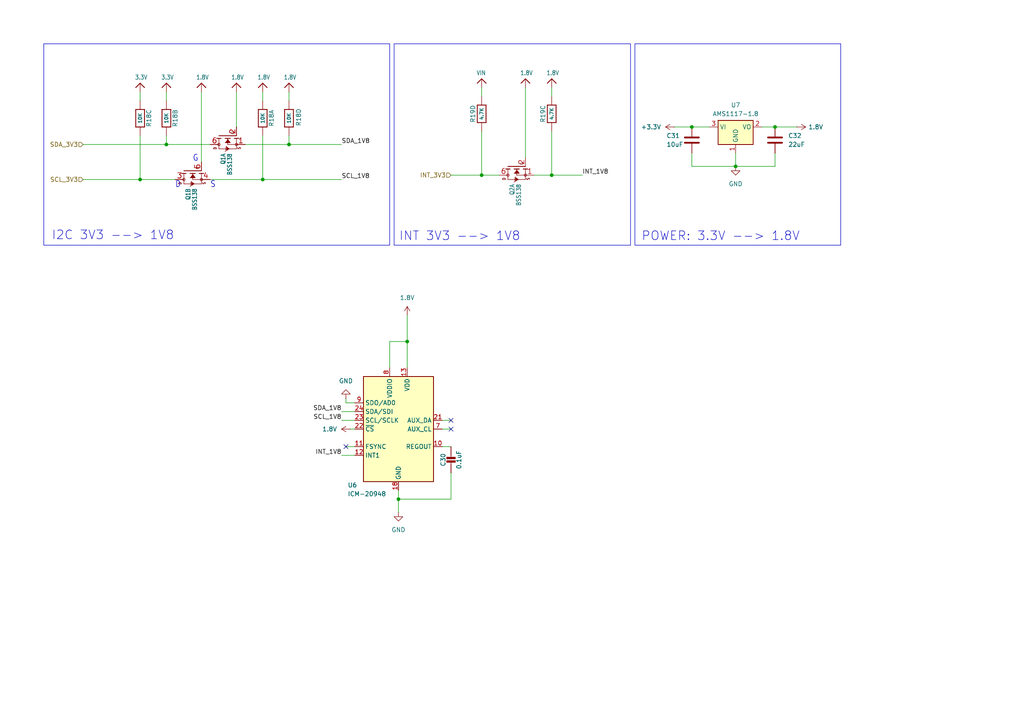
<source format=kicad_sch>
(kicad_sch (version 20250114) (generator "eeschema") (generator_version "9.0")
  (paper "A4")
  (lib_symbols
    (symbol "Adafruit ICM20948-eagle-import:microbuilder_1.8V" (power)
      (symbol "microbuilder_1.8V_1_0"
        (polyline (pts (xy -1.27 -1.27) (xy 0 0)) (stroke (width 0.254)))
        (polyline (pts (xy 0 0) (xy 1.27 -1.27)) (stroke (width 0.254)))
        (pin power_in line (at 0 -2.54 90) (length 2.54) (name "1.8V") (number "1"))
      )
    )
    (symbol "Adafruit ICM20948-eagle-import:microbuilder_CAP_CERAMIC0603_NO"
      (property "Reference" "C" (at -2.29 1.25 90))
      (symbol "microbuilder_CAP_CERAMIC0603_NO_1_0"
        (rectangle (start -1.27 1.524) (end 1.27 2.032) (fill (type outline)))
        (rectangle (start -1.27 0.508) (end 1.27 1.016) (fill (type outline)))
        (polyline (pts (xy 0 2.54) (xy 0 1.778)) (stroke (width 0.1524)))
        (polyline (pts (xy 0 0.762) (xy 0 0)) (stroke (width 0.1524)))
        (pin passive line (at 0 5.08 270) (length 2.54) (name "1") (number "1"))
        (pin passive line (at 0 -2.54 90) (length 2.54) (name "2") (number "2"))
      )
    )
    (symbol "Adafruit ICM20948-eagle-import:microbuilder_MOSFET-N_DUAL"
      (property "Reference" "Q" (at 5.08 0.635 0))
      (symbol "microbuilder_MOSFET-N_DUAL_1_0"
        (polyline (pts (xy 0 2.54) (xy 0 -2.54)) (stroke (width 0.254)))
        (polyline (pts (xy 0.762 3.175) (xy 0.762 2.54)) (stroke (width 0.254)))
        (polyline (pts (xy 0.762 2.54) (xy 0.762 1.905)) (stroke (width 0.254)))
        (polyline (pts (xy 0.762 2.54) (xy 3.81 2.54)) (stroke (width 0.1524)))
        (polyline (pts (xy 0.762 0.762) (xy 0.762 0)) (stroke (width 0.254)))
        (polyline (pts (xy 0.762 0) (xy 0.762 -0.762)) (stroke (width 0.254)))
        (polyline (pts (xy 0.762 0) (xy 2.54 0)) (stroke (width 0.1524)))
        (polyline (pts (xy 0.762 -1.905) (xy 0.762 -2.54)) (stroke (width 0.254)))
        (polyline (pts (xy 0.762 -2.54) (xy 0.762 -3.175)) (stroke (width 0.254)))
        (polyline (pts (xy 1.016 0) (xy 2.032 -0.762) (xy 2.032 0.762)) (stroke (width 0.1524)) (fill (type outline)))
        (circle (center 2.54 2.54) (radius 0.3592))
        (polyline (pts (xy 2.54 0) (xy 2.54 -2.54)) (stroke (width 0.1524)))
        (polyline (pts (xy 2.54 -2.54) (xy 0.762 -2.54)) (stroke (width 0.1524)))
        (polyline (pts (xy 2.54 -2.54) (xy 3.81 -2.54)) (stroke (width 0.1524)))
        (circle (center 2.54 -2.54) (radius 0.3592))
        (polyline (pts (xy 3.302 0.508) (xy 3.048 0.254)) (stroke (width 0.1524)))
        (polyline (pts (xy 3.81 2.54) (xy 3.81 0.508)) (stroke (width 0.1524)))
        (polyline (pts (xy 3.81 0.508) (xy 3.302 0.508)) (stroke (width 0.1524)))
        (polyline (pts (xy 3.81 0.508) (xy 3.81 -2.54)) (stroke (width 0.1524)))
        (polyline (pts (xy 3.81 -0.508) (xy 3.302 0.254) (xy 4.318 0.254)) (stroke (width 0.1524)) (fill (type outline)))
        (polyline (pts (xy 4.318 0.508) (xy 3.81 0.508)) (stroke (width 0.1524)))
        (polyline (pts (xy 4.572 0.762) (xy 4.318 0.508)) (stroke (width 0.1524)))
        (text "G" (at -1.27 -1.905 0) (effects (font (size 0.8128 0.6908)) (justify left bottom)))
        (text "D" (at 3.175 3.175 0) (effects (font (size 0.8128 0.6908)) (justify left bottom)))
        (text "S" (at 3.175 -3.81 0) (effects (font (size 0.8128 0.6908)) (justify left bottom)))
        (pin bidirectional line (at -2.54 -2.54 0) (length 2.54) (name "G") (number "2"))
        (pin bidirectional line (at 2.54 5.08 270) (length 2.54) (name "D") (number "6"))
        (pin bidirectional line (at 2.54 -5.08 90) (length 2.54) (name "S") (number "1"))
      )
      (symbol "microbuilder_MOSFET-N_DUAL_2_0"
        (polyline (pts (xy 0 2.54) (xy 0 -2.54)) (stroke (width 0.254)))
        (polyline (pts (xy 0.762 3.175) (xy 0.762 2.54)) (stroke (width 0.254)))
        (polyline (pts (xy 0.762 2.54) (xy 0.762 1.905)) (stroke (width 0.254)))
        (polyline (pts (xy 0.762 2.54) (xy 3.81 2.54)) (stroke (width 0.1524)))
        (polyline (pts (xy 0.762 0.762) (xy 0.762 0)) (stroke (width 0.254)))
        (polyline (pts (xy 0.762 0) (xy 0.762 -0.762)) (stroke (width 0.254)))
        (polyline (pts (xy 0.762 0) (xy 2.54 0)) (stroke (width 0.1524)))
        (polyline (pts (xy 0.762 -1.905) (xy 0.762 -2.54)) (stroke (width 0.254)))
        (polyline (pts (xy 0.762 -2.54) (xy 0.762 -3.175)) (stroke (width 0.254)))
        (polyline (pts (xy 1.016 0) (xy 2.032 -0.762) (xy 2.032 0.762)) (stroke (width 0.1524)) (fill (type outline)))
        (circle (center 2.54 2.54) (radius 0.3592))
        (polyline (pts (xy 2.54 0) (xy 2.54 -2.54)) (stroke (width 0.1524)))
        (polyline (pts (xy 2.54 -2.54) (xy 0.762 -2.54)) (stroke (width 0.1524)))
        (polyline (pts (xy 2.54 -2.54) (xy 3.81 -2.54)) (stroke (width 0.1524)))
        (circle (center 2.54 -2.54) (radius 0.3592))
        (polyline (pts (xy 3.302 0.508) (xy 3.048 0.254)) (stroke (width 0.1524)))
        (polyline (pts (xy 3.81 2.54) (xy 3.81 0.508)) (stroke (width 0.1524)))
        (polyline (pts (xy 3.81 0.508) (xy 3.302 0.508)) (stroke (width 0.1524)))
        (polyline (pts (xy 3.81 0.508) (xy 3.81 -2.54)) (stroke (width 0.1524)))
        (polyline (pts (xy 3.81 -0.508) (xy 3.302 0.254) (xy 4.318 0.254)) (stroke (width 0.1524)) (fill (type outline)))
        (polyline (pts (xy 4.318 0.508) (xy 3.81 0.508)) (stroke (width 0.1524)))
        (polyline (pts (xy 4.572 0.762) (xy 4.318 0.508)) (stroke (width 0.1524)))
        (text "G" (at -1.27 -1.905 0) (effects (font (size 0.8128 0.6908)) (justify left bottom)))
        (text "D" (at 3.175 3.175 0) (effects (font (size 0.8128 0.6908)) (justify left bottom)))
        (text "S" (at 3.175 -3.81 0) (effects (font (size 0.8128 0.6908)) (justify left bottom)))
        (pin bidirectional line (at -2.54 -2.54 0) (length 2.54) (name "G") (number "5"))
        (pin bidirectional line (at 2.54 5.08 270) (length 2.54) (name "D") (number "3"))
        (pin bidirectional line (at 2.54 -5.08 90) (length 2.54) (name "S") (number "4"))
      )
    )
    (symbol "Adafruit ICM20948-eagle-import:microbuilder_RESISTOR_4PACK"
      (property "Reference" "R" (at 0 2.54 0))
      (symbol "microbuilder_RESISTOR_4PACK_1_0"
        (polyline (pts (xy -2.54 1.27) (xy 2.54 1.27)) (stroke (width 0.254)))
        (polyline (pts (xy -2.54 -1.27) (xy -2.54 1.27)) (stroke (width 0.254)))
        (polyline (pts (xy 2.54 1.27) (xy 2.54 -1.27)) (stroke (width 0.254)))
        (polyline (pts (xy 2.54 -1.27) (xy -2.54 -1.27)) (stroke (width 0.254)))
        (pin passive line (at -5.08 0 0) (length 2.54) (name "1") (number "1"))
        (pin passive line (at 5.08 0 180) (length 2.54) (name "2") (number "8"))
      )
      (symbol "microbuilder_RESISTOR_4PACK_2_0"
        (polyline (pts (xy -2.54 1.27) (xy 2.54 1.27)) (stroke (width 0.254)))
        (polyline (pts (xy -2.54 -1.27) (xy -2.54 1.27)) (stroke (width 0.254)))
        (polyline (pts (xy 2.54 1.27) (xy 2.54 -1.27)) (stroke (width 0.254)))
        (polyline (pts (xy 2.54 -1.27) (xy -2.54 -1.27)) (stroke (width 0.254)))
        (pin passive line (at -5.08 0 0) (length 2.54) (name "1") (number "2"))
        (pin passive line (at 5.08 0 180) (length 2.54) (name "2") (number "7"))
      )
      (symbol "microbuilder_RESISTOR_4PACK_3_0"
        (polyline (pts (xy -2.54 1.27) (xy 2.54 1.27)) (stroke (width 0.254)))
        (polyline (pts (xy -2.54 -1.27) (xy -2.54 1.27)) (stroke (width 0.254)))
        (polyline (pts (xy 2.54 1.27) (xy 2.54 -1.27)) (stroke (width 0.254)))
        (polyline (pts (xy 2.54 -1.27) (xy -2.54 -1.27)) (stroke (width 0.254)))
        (pin passive line (at -5.08 0 0) (length 2.54) (name "1") (number "3"))
        (pin passive line (at 5.08 0 180) (length 2.54) (name "2") (number "6"))
      )
      (symbol "microbuilder_RESISTOR_4PACK_4_0"
        (polyline (pts (xy -2.54 1.27) (xy 2.54 1.27)) (stroke (width 0.254)))
        (polyline (pts (xy -2.54 -1.27) (xy -2.54 1.27)) (stroke (width 0.254)))
        (polyline (pts (xy 2.54 1.27) (xy 2.54 -1.27)) (stroke (width 0.254)))
        (polyline (pts (xy 2.54 -1.27) (xy -2.54 -1.27)) (stroke (width 0.254)))
        (pin passive line (at -5.08 0 0) (length 2.54) (name "1") (number "4"))
        (pin passive line (at 5.08 0 180) (length 2.54) (name "2") (number "5"))
      )
    )
    (symbol "Adafruit ICM20948-eagle-import:microbuilder_VIN" (power)
      (symbol "microbuilder_VIN_1_0"
        (polyline (pts (xy -1.27 -1.27) (xy 0 0)) (stroke (width 0.254)))
        (polyline (pts (xy 0 0) (xy 1.27 -1.27)) (stroke (width 0.254)))
        (pin power_in line (at 0 -2.54 90) (length 2.54) (name "VIN") (number "1"))
      )
    )
    (symbol "Device:C" (pin_numbers (hide yes)) (pin_names (offset 0.254))
      (property "Reference" "C" (at 0.635 2.54 0))
      (property "Value" "C" (at 0.635 -2.54 0))
      (symbol "C_0_1"
        (polyline (pts (xy -2.032 0.762) (xy 2.032 0.762)) (stroke (width 0.508)))
        (polyline (pts (xy -2.032 -0.762) (xy 2.032 -0.762)) (stroke (width 0.508)))
      )
      (symbol "C_1_1"
        (pin passive line (at 0 3.81 270) (length 2.794) (name "~") (number "1"))
        (pin passive line (at 0 -3.81 90) (length 2.794) (name "~") (number "2"))
      )
    )
    (symbol "Regulator_Linear:AMS1117-1.8"
      (property "Reference" "U" (at -3.81 3.175 0))
      (property "Value" "AMS1117-1.8" (at 0 3.175 0))
      (symbol "AMS1117-1.8_0_1"
        (rectangle (start -5.08 -5.08) (end 5.08 1.905) (stroke (width 0.254)) (fill (type background)))
      )
      (symbol "AMS1117-1.8_1_1"
        (pin power_in line (at -7.62 0 0) (length 2.54) (name "VI") (number "3"))
        (pin power_in line (at 0 -7.62 90) (length 2.54) (name "GND") (number "1"))
        (pin power_out line (at 7.62 0 180) (length 2.54) (name "VO") (number "2"))
      )
    )
    (symbol "Sensor_Motion:ICM-20948"
      (property "Reference" "U" (at -11.43 16.51 0))
      (property "Value" "ICM-20948" (at 7.62 -16.51 0))
      (symbol "ICM-20948_0_1"
        (rectangle (start -10.16 15.24) (end 10.16 -15.24) (stroke (width 0.254)) (fill (type background)))
      )
      (symbol "ICM-20948_1_1"
        (pin bidirectional line (at -12.7 7.62 0) (length 2.54) (name "SDO/AD0") (number "9"))
        (pin bidirectional line (at -12.7 5.08 0) (length 2.54) (name "SDA/SDI") (number "24"))
        (pin input line (at -12.7 2.54 0) (length 2.54) (name "SCL/SCLK") (number "23"))
        (pin input line (at -12.7 0 0) (length 2.54) (name "~{CS}") (number "22"))
        (pin input line (at -12.7 -5.08 0) (length 2.54) (name "FSYNC") (number "11"))
        (pin output line (at -12.7 -7.62 0) (length 2.54) (name "INT1") (number "12"))
        (pin no_connect line (at -10.16 12.7 0) (length 2.54) (hide yes) (name "NC") (number "1"))
        (pin no_connect line (at -10.16 10.16 0) (length 2.54) (hide yes) (name "NC") (number "2"))
        (pin no_connect line (at -10.16 -2.54 0) (length 2.54) (hide yes) (name "NC") (number "3"))
        (pin no_connect line (at -10.16 -10.16 0) (length 2.54) (hide yes) (name "NC") (number "4"))
        (pin no_connect line (at -10.16 -12.7 0) (length 2.54) (hide yes) (name "NC") (number "5"))
        (pin power_in line (at -2.54 17.78 270) (length 2.54) (name "VDDIO") (number "8"))
        (pin power_in line (at 0 -17.78 90) (length 2.54) (name "GND") (number "18"))
        (pin passive line (at 0 -17.78 90) (length 2.54) (hide yes) (name "GND") (number "20"))
        (pin power_in line (at 2.54 17.78 270) (length 2.54) (name "VDD") (number "13"))
        (pin no_connect line (at 10.16 10.16 180) (length 2.54) (hide yes) (name "NC") (number "6"))
        (pin no_connect line (at 10.16 7.62 180) (length 2.54) (hide yes) (name "NC") (number "14"))
        (pin no_connect line (at 10.16 5.08 180) (length 2.54) (hide yes) (name "NC") (number "15"))
        (pin no_connect line (at 10.16 -7.62 180) (length 2.54) (hide yes) (name "NC") (number "16"))
        (pin no_connect line (at 10.16 -10.16 180) (length 2.54) (hide yes) (name "NC") (number "17"))
        (pin no_connect line (at 10.16 -12.7 180) (length 2.54) (hide yes) (name "RESV") (number "19"))
        (pin bidirectional line (at 12.7 2.54 180) (length 2.54) (name "AUX_DA") (number "21"))
        (pin output line (at 12.7 0 180) (length 2.54) (name "AUX_CL") (number "7"))
        (pin passive line (at 12.7 -5.08 180) (length 2.54) (name "REGOUT") (number "10"))
      )
    )
    (symbol "power:+1V8" (power) (pin_numbers (hide yes)) (pin_names (offset 0) (hide yes))
      (property "Value" "+1V8" (at 0 3.556 0))
      (symbol "+1V8_0_1"
        (polyline (pts (xy -0.762 1.27) (xy 0 2.54)))
        (polyline (pts (xy 0 2.54) (xy 0.762 1.27)))
        (polyline (pts (xy 0 0) (xy 0 2.54)))
      )
      (symbol "+1V8_1_1"
        (pin power_in line (at 0 0 90) (length 0) (name "~") (number "1"))
      )
    )
    (symbol "power:+3.3V" (power) (pin_numbers (hide yes)) (pin_names (offset 0) (hide yes))
      (property "Value" "+3.3V" (at 0 3.556 0))
      (symbol "+3.3V_0_1"
        (polyline (pts (xy -0.762 1.27) (xy 0 2.54)))
        (polyline (pts (xy 0 2.54) (xy 0.762 1.27)))
        (polyline (pts (xy 0 0) (xy 0 2.54)))
      )
      (symbol "+3.3V_1_1"
        (pin power_in line (at 0 0 90) (length 0) (name "~") (number "1"))
      )
    )
    (symbol "power:GND" (power) (pin_numbers (hide yes)) (pin_names (offset 0) (hide yes))
      (property "Value" "GND" (at 0 -3.81 0))
      (symbol "GND_0_1"
        (polyline (pts (xy 0 0) (xy 0 -1.27) (xy 1.27 -1.27) (xy 0 -2.54) (xy -1.27 -1.27) (xy 0 -1.27)))
      )
      (symbol "GND_1_1"
        (pin power_in line (at 0 0 270) (length 0) (name "~") (number "1"))
      )
    )
  )
  (rectangle (start 114.3 12.7) (end 182.88 71.12))
  (rectangle (start 12.7 12.7) (end 113.03 71.12))
  (rectangle (start 184.15 12.7) (end 243.84 71.12))
  (text "I2C 3V3 --> 1V8" (at 32.766 68.326 0) (effects (font (size 2.54 2.54))))
  (text "G" (at 55.88 46.99 0) (effects (font (size 1.778 1.5113)) (justify left bottom)))
  (text "POWER: 3.3V --> 1.8V" (at 209.042 68.58 0) (effects (font (size 2.54 2.54))))
  (text "D" (at 50.8 54.61 0) (effects (font (size 1.778 1.5113)) (justify left bottom)))
  (text "S" (at 60.96 54.61 0) (effects (font (size 1.778 1.5113)) (justify left bottom)))
  (text "INT 3V3 --> 1V8" (at 133.35 68.58 0) (effects (font (size 2.54 2.54))))
  (junction (at 115.57 144.78))
  (junction (at 224.79 36.83))
  (junction (at 139.7 50.8))
  (junction (at 48.26 41.91))
  (junction (at 40.64 52.07))
  (junction (at 213.36 48.26))
  (junction (at 200.66 36.83))
  (junction (at 118.11 99.06))
  (junction (at 76.2 52.07))
  (junction (at 83.82 41.91))
  (junction (at 160.02 50.8))
  (no_connect (at 100.33 129.54))
  (no_connect (at 130.81 121.92))
  (no_connect (at 130.81 124.46))
  (wire (pts (xy 160.02 25.4) (xy 160.02 27.94)) (stroke (width 0.1524)))
  (wire (pts (xy 115.57 142.24) (xy 115.57 144.78)))
  (wire (pts (xy 231.14 36.83) (xy 224.79 36.83)))
  (wire (pts (xy 213.36 48.26) (xy 213.36 44.45)))
  (wire (pts (xy 58.42 46.99) (xy 58.42 26.67)) (stroke (width 0.1524)))
  (wire (pts (xy 48.26 29.21) (xy 48.26 26.67)) (stroke (width 0.1524)))
  (wire (pts (xy 128.27 129.54) (xy 130.81 129.54)))
  (wire (pts (xy 200.66 48.26) (xy 213.36 48.26)))
  (wire (pts (xy 160.02 38.1) (xy 160.02 50.8)) (stroke (width 0.1524)))
  (wire (pts (xy 118.11 91.44) (xy 118.11 99.06)))
  (wire (pts (xy 139.7 50.8) (xy 130.81 50.8)) (stroke (width 0.1524)))
  (wire (pts (xy 160.02 50.8) (xy 154.94 50.8)) (stroke (width 0.1524)))
  (wire (pts (xy 99.06 132.08) (xy 102.87 132.08)))
  (wire (pts (xy 83.82 41.91) (xy 99.06 41.91)) (stroke (width 0.1524)))
  (wire (pts (xy 200.66 36.83) (xy 205.74 36.83)))
  (wire (pts (xy 200.66 48.26) (xy 200.66 44.45)))
  (wire (pts (xy 24.13 41.91) (xy 48.26 41.91)) (stroke (width 0.1524)))
  (wire (pts (xy 152.4 45.72) (xy 152.4 25.4)) (stroke (width 0.1524)))
  (wire (pts (xy 83.82 39.37) (xy 83.82 41.91)) (stroke (width 0.1524)))
  (wire (pts (xy 100.33 116.84) (xy 102.87 116.84)))
  (wire (pts (xy 83.82 29.21) (xy 83.82 26.67)) (stroke (width 0.1524)))
  (wire (pts (xy 76.2 29.21) (xy 76.2 26.67)) (stroke (width 0.1524)))
  (wire (pts (xy 139.7 38.1) (xy 139.7 50.8)) (stroke (width 0.1524)))
  (wire (pts (xy 99.06 121.92) (xy 102.87 121.92)))
  (wire (pts (xy 130.81 121.92) (xy 128.27 121.92)))
  (wire (pts (xy 130.81 144.78) (xy 115.57 144.78)))
  (wire (pts (xy 24.13 52.07) (xy 40.64 52.07)) (stroke (width 0.1524)))
  (wire (pts (xy 68.58 36.83) (xy 68.58 26.67)) (stroke (width 0.1524)))
  (wire (pts (xy 60.96 41.91) (xy 48.26 41.91)) (stroke (width 0.1524)))
  (wire (pts (xy 113.03 99.06) (xy 113.03 106.68)))
  (wire (pts (xy 50.8 52.07) (xy 40.64 52.07)) (stroke (width 0.1524)))
  (wire (pts (xy 100.33 129.54) (xy 102.87 129.54)))
  (wire (pts (xy 60.96 52.07) (xy 76.2 52.07)) (stroke (width 0.1524)))
  (wire (pts (xy 101.6 124.46) (xy 102.87 124.46)))
  (wire (pts (xy 99.06 119.38) (xy 102.87 119.38)))
  (wire (pts (xy 115.57 144.78) (xy 115.57 148.59)))
  (wire (pts (xy 139.7 27.94) (xy 139.7 25.4)) (stroke (width 0.1524)))
  (wire (pts (xy 40.64 39.37) (xy 40.64 52.07)) (stroke (width 0.1524)))
  (wire (pts (xy 160.02 50.8) (xy 168.91 50.8)) (stroke (width 0.1524)))
  (wire (pts (xy 71.12 41.91) (xy 83.82 41.91)) (stroke (width 0.1524)))
  (wire (pts (xy 100.33 115.57) (xy 100.33 116.84)))
  (wire (pts (xy 76.2 39.37) (xy 76.2 52.07)) (stroke (width 0.1524)))
  (wire (pts (xy 130.81 137.16) (xy 130.81 144.78)))
  (wire (pts (xy 130.81 124.46) (xy 128.27 124.46)))
  (wire (pts (xy 224.79 36.83) (xy 220.98 36.83)))
  (wire (pts (xy 76.2 52.07) (xy 99.06 52.07)) (stroke (width 0.1524)))
  (wire (pts (xy 195.58 36.83) (xy 200.66 36.83)))
  (wire (pts (xy 48.26 39.37) (xy 48.26 41.91)) (stroke (width 0.1524)))
  (wire (pts (xy 144.78 50.8) (xy 139.7 50.8)) (stroke (width 0.1524)))
  (wire (pts (xy 213.36 48.26) (xy 224.79 48.26)))
  (wire (pts (xy 118.11 99.06) (xy 118.11 106.68)))
  (wire (pts (xy 118.11 99.06) (xy 113.03 99.06)))
  (wire (pts (xy 224.79 48.26) (xy 224.79 44.45)))
  (wire (pts (xy 40.64 26.67) (xy 40.64 29.21)) (stroke (width 0.1524)))
  (label "INT_1V8" (at 99.06 132.08 180))
  (label "SDA_1V8" (at 99.06 119.38 180))
  (label "INT_1V8" (at 168.91 50.8 0))
  (label "SCL_1V8" (at 99.06 52.07 0))
  (label "SCL_1V8" (at 99.06 121.92 180))
  (label "SDA_1V8" (at 99.06 41.91 0))
  (hierarchical_label "SCL_3V3" (shape input) (at 24.13 52.07 180))
  (hierarchical_label "INT_3V3" (shape input) (at 130.81 50.8 180))
  (hierarchical_label "SDA_3V3" (shape input) (at 24.13 41.91 180))
  (symbol (lib_id "Device:C") (at 200.66 40.64 180) (unit 1)
    (property "Reference" "C31" (at 193.294 39.37 0) (effects (justify right)))
    (property "Value" "10uF" (at 193.294 41.91 0) (effects (justify right)))
    (property "Footprint" "Capacitor_SMD:C_0805_2012Metric" (effects (hide yes)))
    (property "Description" "Unpolarized capacitor" (effects (hide yes)))
  )
  (symbol (lib_id "Adafruit ICM20948-eagle-import:microbuilder_1.8V") (at 152.4 22.86 0) (unit 1)
    (property "Reference" "#U$08" (effects (hide yes)))
    (property "Value" "1.8V" (at 150.876 21.844 0) (effects (font (size 1.27 1.0795)) (justify left bottom)))
  )
  (symbol (lib_id "Adafruit ICM20948-eagle-import:microbuilder_MOSFET-N_DUAL") (at 66.04 39.37 90) (mirror x) (unit 1)
    (property "Reference" "Q1" (at 65.405 44.45 0) (effects (font (size 1.27 1.0795)) (justify left bottom)))
    (property "Value" "BSS138" (at 67.31 44.45 0) (effects (font (size 1.27 1.0795)) (justify left bottom)))
    (property "Footprint" "CarteDiem_parts:SOT95P240X111-3N" (effects (hide yes)))
  )
  (symbol (lib_id "Adafruit ICM20948-eagle-import:microbuilder_RESISTOR_4PACK") (at 160.02 33.02 90) (unit 3)
    (property "Reference" "R19" (at 157.48 33.02 0))
    (property "Value" "4.7K" (at 160.02 33.02 0) (effects (font (size 1.016 1.016) (thickness 0.2032) (bold yes))))
    (property "Footprint" "Resistor_SMD:R_0603_1608Metric" (effects (hide yes)))
  )
  (symbol (lib_id "Regulator_Linear:AMS1117-1.8") (at 213.36 36.83 0) (unit 1)
    (property "Reference" "U7" (at 213.36 30.48 0))
    (property "Value" "AMS1117-1.8" (at 213.36 33.02 0))
    (property "Footprint" "Package_TO_SOT_SMD:SOT-223-3_TabPin2" (effects (hide yes)))
    (property "Datasheet" "http://www.advanced-monolithic.com/pdf/ds1117.pdf" (effects (hide yes)))
    (property "Description" "1A Low Dropout regulator, positive, 1.8V fixed output, SOT-223" (effects (hide yes)))
  )
  (symbol (lib_id "Adafruit ICM20948-eagle-import:microbuilder_1.8V") (at 58.42 24.13 0) (unit 1)
    (property "Reference" "#U$03" (effects (hide yes)))
    (property "Value" "1.8V" (at 56.896 23.114 0) (effects (font (size 1.27 1.0795)) (justify left bottom)))
  )
  (symbol (lib_id "Sensor_Motion:ICM-20948") (at 115.57 124.46 0) (unit 1)
    (property "Reference" "U6" (at 100.838 140.716 0) (effects (justify left)))
    (property "Value" "ICM-20948" (at 100.838 143.256 0) (effects (justify left)))
    (property "Footprint" "Sensor_Motion:InvenSense_QFN-24_3x3mm_P0.4mm" (effects (hide yes)))
    (property "Datasheet" "http://www.invensense.com/wp-content/uploads/2016/06/DS-000189-ICM-20948-v1.3.pdf" (effects (hide yes)))
    (property "Description" "InvenSense 9-Axis Motion Sensor, Accelerometer, Gyroscope, Compass, I2C/SPI, QFN-24" (effects (hide yes)))
  )
  (symbol (lib_id "Adafruit ICM20948-eagle-import:microbuilder_RESISTOR_4PACK") (at 76.2 34.29 270) (mirror x) (unit 1)
    (property "Reference" "R18" (at 78.74 34.29 0))
    (property "Value" "10K" (at 76.2 34.29 0) (effects (font (size 1.016 1.016) (thickness 0.2032) (bold yes))))
    (property "Footprint" "Resistor_SMD:R_0603_1608Metric" (effects (hide yes)))
  )
  (symbol (lib_id "Adafruit ICM20948-eagle-import:microbuilder_1.8V") (at 83.82 24.13 0) (unit 1)
    (property "Reference" "#U$06" (effects (hide yes)))
    (property "Value" "1.8V" (at 82.296 23.114 0) (effects (font (size 1.27 1.0795)) (justify left bottom)))
  )
  (symbol (lib_id "Adafruit ICM20948-eagle-import:microbuilder_1.8V") (at 68.58 24.13 0) (unit 1)
    (property "Reference" "#U$04" (effects (hide yes)))
    (property "Value" "1.8V" (at 67.056 23.114 0) (effects (font (size 1.27 1.0795)) (justify left bottom)))
  )
  (symbol (lib_id "power:GND") (at 100.33 115.57 180) (unit 1)
    (property "Reference" "#PWR061" (effects (hide yes)))
    (property "Value" "GND" (at 100.33 110.49 0))
    (property "Description" "Power symbol creates a global label with name \"GND\" , ground" (effects (hide yes)))
  )
  (symbol (lib_id "Adafruit ICM20948-eagle-import:microbuilder_VIN") (at 139.7 22.86 0) (unit 1)
    (property "Reference" "#U$07" (effects (hide yes)))
    (property "Value" "VIN" (at 138.176 21.844 0) (effects (font (size 1.27 1.0795)) (justify left bottom)))
  )
  (symbol (lib_id "Adafruit ICM20948-eagle-import:microbuilder_RESISTOR_4PACK") (at 48.26 34.29 270) (unit 2)
    (property "Reference" "R18" (at 50.8 34.29 0))
    (property "Value" "10K" (at 48.26 34.29 0) (effects (font (size 1.016 1.016) (thickness 0.2032) (bold yes))))
    (property "Footprint" "Resistor_SMD:R_0603_1608Metric" (effects (hide yes)))
  )
  (symbol (lib_id "Adafruit ICM20948-eagle-import:microbuilder_MOSFET-N_DUAL") (at 55.88 49.53 90) (mirror x) (unit 2)
    (property "Reference" "Q1" (at 55.245 54.61 0) (effects (font (size 1.27 1.0795)) (justify left bottom)))
    (property "Value" "BSS138" (at 57.15 54.61 0) (effects (font (size 1.27 1.0795)) (justify left bottom)))
    (property "Footprint" "CarteDiem_parts:SOT95P240X111-3N" (effects (hide yes)))
  )
  (symbol (lib_id "power:GND") (at 213.36 48.26 0) (unit 1)
    (property "Reference" "#PWR066" (effects (hide yes)))
    (property "Value" "GND" (at 213.36 53.34 0))
    (property "Description" "Power symbol creates a global label with name \"GND\" , ground" (effects (hide yes)))
  )
  (symbol (lib_id "Adafruit ICM20948-eagle-import:microbuilder_1.8V") (at 76.2 24.13 0) (unit 1)
    (property "Reference" "#U$05" (effects (hide yes)))
    (property "Value" "1.8V" (at 74.676 23.114 0) (effects (font (size 1.27 1.0795)) (justify left bottom)))
  )
  (symbol (lib_id "power:+1V8") (at 231.14 36.83 270) (unit 1)
    (property "Reference" "#PWR067" (effects (hide yes)))
    (property "Value" "1.8V" (at 234.442 36.83 90) (effects (justify left)))
    (property "Description" "Power symbol creates a global label with name \"+1V8\"" (effects (hide yes)))
  )
  (symbol (lib_id "Adafruit ICM20948-eagle-import:microbuilder_RESISTOR_4PACK") (at 139.7 33.02 90) (unit 4)
    (property "Reference" "R19" (at 137.16 33.02 0))
    (property "Value" "4.7K" (at 139.7 33.02 0) (effects (font (size 1.016 1.016) (thickness 0.2032) (bold yes))))
    (property "Footprint" "Resistor_SMD:R_0603_1608Metric" (effects (hide yes)))
  )
  (symbol (lib_id "Adafruit ICM20948-eagle-import:microbuilder_MOSFET-N_DUAL") (at 149.86 48.26 90) (mirror x) (unit 1)
    (property "Reference" "Q2" (at 149.225 53.34 0) (effects (font (size 1.27 1.0795)) (justify left bottom)))
    (property "Value" "BSS138" (at 151.13 53.34 0) (effects (font (size 1.27 1.0795)) (justify left bottom)))
    (property "Footprint" "CarteDiem_parts:SOT95P240X111-3N" (effects (hide yes)))
  )
  (symbol (lib_id "power:+1V8") (at 118.11 91.44 0) (unit 1)
    (property "Reference" "#PWR064" (effects (hide yes)))
    (property "Value" "1.8V" (at 118.11 86.36 0))
    (property "Description" "Power symbol creates a global label with name \"+1V8\"" (effects (hide yes)))
  )
  (symbol (lib_id "power:+3.3V") (at 195.58 36.83 90) (unit 1)
    (property "Reference" "#PWR065" (effects (hide yes)))
    (property "Value" "+3.3V" (at 191.77 36.8299 90) (effects (justify left)))
    (property "Description" "Power symbol creates a global label with name \"+3.3V\"" (effects (hide yes)))
  )
  (symbol (lib_id "Adafruit ICM20948-eagle-import:microbuilder_RESISTOR_4PACK") (at 40.64 34.29 270) (unit 3)
    (property "Reference" "R18" (at 43.18 34.29 0))
    (property "Value" "10K" (at 40.64 34.29 0) (effects (font (size 1.016 1.016) (thickness 0.2032) (bold yes))))
    (property "Footprint" "Resistor_SMD:R_0603_1608Metric" (effects (hide yes)))
  )
  (symbol (lib_id "Adafruit ICM20948-eagle-import:microbuilder_VIN") (at 48.26 24.13 0) (unit 1)
    (property "Reference" "#U$02" (effects (hide yes)))
    (property "Value" "3.3V" (at 46.736 23.114 0) (effects (font (size 1.27 1.0795)) (justify left bottom)))
  )
  (symbol (lib_id "Adafruit ICM20948-eagle-import:microbuilder_VIN") (at 40.64 24.13 0) (unit 1)
    (property "Reference" "#U$01" (effects (hide yes)))
    (property "Value" "3.3V" (at 39.116 23.114 0) (effects (font (size 1.27 1.0795)) (justify left bottom)))
  )
  (symbol (lib_id "power:+1V8") (at 101.6 124.46 90) (unit 1)
    (property "Reference" "#PWR062" (effects (hide yes)))
    (property "Value" "1.8V" (at 97.79 124.4599 90) (effects (justify left)))
    (property "Description" "Power symbol creates a global label with name \"+1V8\"" (effects (hide yes)))
  )
  (symbol (lib_id "Device:C") (at 224.79 40.64 0) (unit 1)
    (property "Reference" "C32" (at 228.6 39.3699 0) (effects (justify left)))
    (property "Value" "22uF" (at 228.6 41.9099 0) (effects (justify left)))
    (property "Footprint" "Capacitor_SMD:C_1210_3225Metric" (effects (hide yes)))
    (property "Description" "Unpolarized capacitor" (effects (hide yes)))
  )
  (symbol (lib_id "Adafruit ICM20948-eagle-import:microbuilder_CAP_CERAMIC0603_NO") (at 130.81 134.62 0) (unit 1)
    (property "Reference" "C30" (at 128.52 133.37 90))
    (property "Value" "0.1uF" (at 133.11 133.37 90))
    (property "Footprint" "Capacitor_SMD:C_0402_1005Metric" (effects (hide yes)))
  )
  (symbol (lib_id "Adafruit ICM20948-eagle-import:microbuilder_1.8V") (at 160.02 22.86 0) (unit 1)
    (property "Reference" "#U$09" (effects (hide yes)))
    (property "Value" "1.8V" (at 158.496 21.844 0) (effects (font (size 1.27 1.0795)) (justify left bottom)))
  )
  (symbol (lib_id "Adafruit ICM20948-eagle-import:microbuilder_RESISTOR_4PACK") (at 83.82 34.29 90) (mirror x) (unit 4)
    (property "Reference" "R18" (at 86.614 34.036 0))
    (property "Value" "10K" (at 83.82 34.29 0) (effects (font (size 1.016 1.016) (thickness 0.2032) (bold yes))))
    (property "Footprint" "Resistor_SMD:R_0603_1608Metric" (effects (hide yes)))
  )
  (symbol (lib_id "power:GND") (at 115.57 148.59 0) (unit 1)
    (property "Reference" "#PWR063" (effects (hide yes)))
    (property "Value" "GND" (at 115.57 153.67 0))
    (property "Description" "Power symbol creates a global label with name \"GND\" , ground" (effects (hide yes)))
  )
)
</source>
